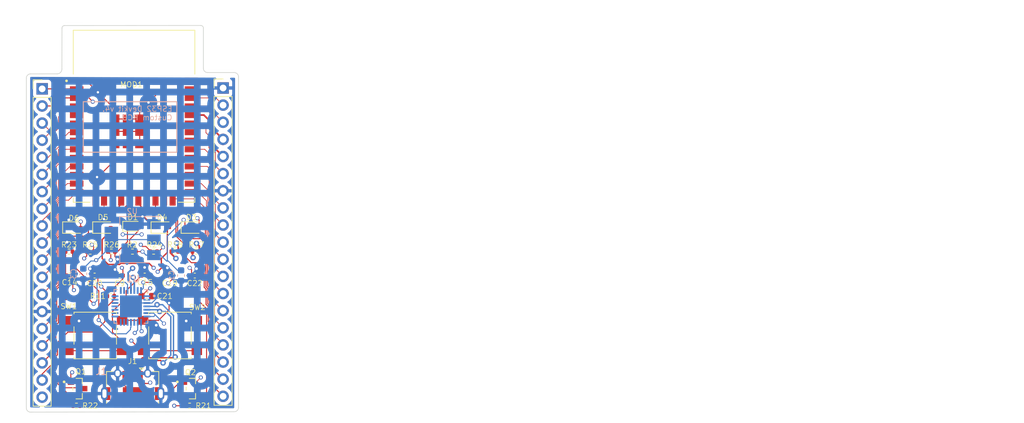
<source format=kicad_pcb>
(kicad_pcb (version 20240108) (generator "pcbnew") (generator_version "8.0")
  (title_block (title "ESP32 Custom Dev Kit") (date "2024-04-23") (rev "Revision 1"))
  (layers (0 "F.Cu" signal) (1 "In1.Cu" signal) (2 "In2.Cu" signal) (31 "B.Cu" signal) (34 "B.Paste" user) (35 "F.Paste" user) (36 "B.SilkS" user "B.Silkscreen") (37 "F.SilkS" user "F.Silkscreen") (38 "B.Mask" user) (39 "F.Mask" user) (44 "Edge.Cuts" user))
  (net 0 "")
  (net 1 "GND")
  (net 2 "/EXT_5V")
  (net 3 "/EN")
  (net 4 "Net-(C14-Pad2)")
  (net 5 "Net-(C15-Pad2)")
  (net 6 "/VDD33")
  (net 7 "Net-(D1-A)")
  (net 8 "/VBUS")
  (net 9 "/USB_DN")
  (net 10 "/USB_DP")
  (net 12 "/SD3")
  (net 13 "/SENSOR_VN")
  (net 14 "/SENSOR_VP")
  (net 15 "/SD2")
  (net 16 "/IO32")
  (net 17 "/IO34")
  (net 18 "/IO12")
  (net 19 "/IO27")
  (net 20 "/IO13")
  (net 21 "/IO33")
  (net 22 "/CMD")
  (net 23 "/IO14")
  (net 24 "/IO26")
  (net 25 "/IO35")
  (net 26 "/IO25")
  (net 27 "/IO2")
  (net 28 "/IO15")
  (net 29 "/IO19")
  (net 30 "/IO21")
  (net 31 "/IO17")
  (net 32 "/SD0")
  (net 33 "/IO0")
  (net 34 "/IO5")
  (net 35 "/IO23")
  (net 36 "/IO4")
  (net 37 "/IO16")
  (net 38 "/SD1")
  (net 39 "/TXD0")
  (net 40 "/CLK")
  (net 41 "/RXD0")
  (net 42 "/IO18")
  (net 43 "/IO22")
  (net 45 "/RXD")
  (net 46 "/TXD")
  (net 47 "Net-(Q1-Pad1)")
  (net 48 "/DTR")
  (net 49 "/RTS")
  (net 50 "Net-(Q2-Pad1)")
  (net 51 "Net-(U1-~{SUSPENDB})")
  (net 52 "Net-(U1-~{RST})")
  (net 53 "Net-(U1-VBUS)")
  (footprint "Diode_SMD:D_SOD-323" (layer "F.Cu") (at 133.824332 98.552)
    (property "Reference" "D4")
    (property "Value" "TVS")
  )
  (footprint "Connector_USB:USB_Micro-AB_Molex_47590-0001" (layer "F.Cu") (at 129.4765 123.168)
    (property "Reference" "J1")
    (property "Value" "USB_B_Micro")
  )
  (footprint "MMSS8050-H-TP:TRANS_MMSS8050-H-TP" (layer "F.Cu") (at 121.32475 122.428)
    (property "Reference" "Q1")
    (property "Value" "MMSS8050-H-TP")
  )
  (footprint "MMSS8050-H-TP:TRANS_MMSS8050-H-TP" (layer "F.Cu") (at 138.10325 122.428)
    (property "Reference" "Q2")
    (property "Value" "MMSS8050-H-TP")
  )
  (footprint "Resistor_SMD:R_0402_1005Metric" (layer "F.Cu") (at 126.238 108.712 180)
    (property "Reference" "R11")
    (property "Value" "10K(5%)")
  )
  (footprint "Capacitor_SMD:C_0402_1005Metric" (layer "F.Cu") (at 138.684 105.664)
    (property "Reference" "C22")
    (property "Value" "0.1uF/50V(10%)")
  )
  (footprint "Diode_SMD:D_SOD-323" (layer "F.Cu") (at 138.272165 98.552)
    (property "Reference" "D3")
    (property "Value" "D_Schottky")
  )
  (footprint "Capacitor_SMD:C_0402_1005Metric" (layer "F.Cu") (at 127.5588 105.664 180)
    (property "Reference" "C9")
    (property "Value" "0.1uF.50V(10%)")
  )
  (footprint "Resistor_SMD:R_0402_1005Metric" (layer "F.Cu") (at 138.85225 102.108 180)
    (property "Reference" "R17")
    (property "Value" "0R(5%)")
  )
  (footprint "Resistor_SMD:R_0402_1005Metric" (layer "F.Cu") (at 121.158 124.968)
    (property "Reference" "R22")
    (property "Value" "10K(5%)")
  )
  (footprint "Resistor_SMD:R_0402_1005Metric" (layer "F.Cu") (at 126.32375 102.108 180)
    (property "Reference" "R26")
    (property "Value" "47.5K(5%)")
  )
  (footprint "Button_Switch_SMD:SW_SPST_B3S-1000" (layer "F.Cu") (at 135.009332 114.554)
    (property "Reference" "SW2")
    (property "Value" "SW_Push")
  )
  (footprint "Capacitor_SMD:C_0402_1005Metric" (layer "F.Cu") (at 134.9756 105.664 180)
    (property "Reference" "C19")
    (property "Value" "0.1uF/50V(10%)")
  )
  (footprint "Connector_PinHeader_2.54mm:PinHeader_1x19_P2.54mm_Vertical" (layer "F.Cu") (at 142.875 77.851)
    (property "Reference" "J3" (hide yes))
    (property "Value" "Conn_01x19_Pin")
  )
  (footprint "ESP32-WROOM-32:MODULE_ESP32-WROOM-32" (layer "F.Cu") (at 129.689 82.042)
    (property "Reference" "MOD1")
    (property "Value" "ESP32-WROOM-32")
  )
  (footprint "Resistor_SMD:R_0402_1005Metric" (layer "F.Cu") (at 120.0595 102.108)
    (property "Reference" "R23")
    (property "Value" "10K(5%)(NC)")
  )
  (footprint "Capacitor_SMD:C_0402_1005Metric" (layer "F.Cu") (at 123.8504 105.664 180)
    (property "Reference" "C20")
    (property "Value" "4.7uF/6.3V(10%)")
  )
  (footprint "LED_SMD:LED_0603_1608Metric" (layer "F.Cu") (at 129.496499 98.372)
    (property "Reference" "D1")
    (property "Value" "LED")
  )
  (footprint "Resistor_SMD:R_0402_1005Metric" (layer "F.Cu") (at 132.588 102.108 180)
    (property "Reference" "R24")
    (property "Value" "2K(5%)")
  )
  (footprint "Resistor_SMD:R_0402_1005Metric" (layer "F.Cu") (at 135.720125 102.108 180)
    (property "Reference" "R18")
    (property "Value" "0R(5%)")
  )
  (footprint "Resistor_SMD:R_0402_1005Metric" (layer "F.Cu") (at 137.922 124.968 180)
    (property "Reference" "R21")
    (property "Value" "10K(5%)")
  )
  (footprint "Capacitor_SMD:C_0402_1005Metric" (layer "F.Cu") (at 131.2672 105.664 180)
    (property "Reference" "C15")
    (property "Value" "0.1uF/50V(10%)(NC)")
  )
  (footprint "Resistor_SMD:R_0402_1005Metric" (layer "F.Cu") (at 123.191625 102.108)
    (property "Reference" "R25")
    (property "Value" "22.1K(5%)")
  )
  (footprint "Capacitor_SMD:C_0603_1608Metric" (layer "F.Cu") (at 131.572 108.712)
    (property "Reference" "C21")
    (property "Value" "22uF/10V(20%)")
  )
  (footprint "Diode_SMD:D_SOD-323" (layer "F.Cu") (at 125.173666 98.552)
    (property "Reference" "D5")
    (property "Value" "TVS")
  )
  (footprint "Capacitor_SMD:C_0402_1005Metric" (layer "F.Cu") (at 120.142 105.664)
    (property "Reference" "C14")
    (property "Value" "0.1uF/50V(10%)")
  )
  (footprint "Button_Switch_SMD:SW_SPST_B3S-1000" (layer "F.Cu") (at 123.943666 114.554)
    (property "Reference" "SW1")
    (property "Value" "SW_Push")
  )
  (footprint "Connector_PinHeader_2.54mm:PinHeader_1x19_P2.54mm_Vertical" (layer "F.Cu") (at 116.078 77.978)
    (property "Reference" "J2" (hide yes))
    (property "Value" "Conn_01x19_Pin")
  )
  (footprint "Resistor_SMD:R_0402_1005Metric" (layer "F.Cu") (at 129.455875 102.108 180)
    (property "Reference" "R2")
    (property "Value" "2K(5%)")
  )
  (footprint "Diode_SMD:D_SOD-323" (layer "F.Cu") (at 120.725833 98.552)
    (property "Reference" "D6")
    (property "Value" "TVS")
  )
  (footprint "Package_TO_SOT_SMD:SOT-223-3_TabPin2" (layer "B.Cu") (at 129.4765 100.33 180)
    (property "Reference" "U2")
    (property "Value" "AMS1117-3.3")
  )
  (footprint "Capacitor_SMD:C_0603_1608Metric" (layer "B.Cu") (at 136.652 105.664 -90)
    (property "Reference" "C1")
    (property "Value" "22 uF/10V(20%)")
  )
  (footprint "CP2102N-A01-GQFN28:QFN50P500X500X80-29N" (layer "B.Cu") (at 129.224 110.236 180)
    (property "Reference" "U1")
    (property "Value" "CP2102N-A01-GQFN28")
  )
  (footprint "Capacitor_SMD:C_0603_1608Metric" (layer "B.Cu") (at 122.174 105.41 -90)
    (property "Reference" "C3")
    (property "Value" "22uF/10V(20%)")
  )
  (gr_line (start 144.526 75.565) (end 140.589 75.565) (stroke (width 0.1)) (layer "Edge.Cuts"))
  (gr_arc (start 144.526 75.565) (mid 144.975013 75.750987) (end 145.161 76.2) (stroke (width 0.1)) (layer "Edge.Cuts"))
  (gr_line (start 139.954 74.93) (end 139.954 68.961) (stroke (width 0.1)) (layer "Edge.Cuts"))
  (gr_arc (start 139.573 68.58) (mid 139.842408 68.691592) (end 139.954 68.961) (stroke (width 0.1)) (layer "Edge.Cuts"))
  (gr_arc (start 118.999 75.057) (mid 118.795736 75.547723) (end 118.305013 75.750987) (stroke (width 0.1)) (layer "Edge.Cuts"))
  (gr_line (start 144.526 125.857) (end 114.427 125.915986) (stroke (width 0.1)) (layer "Edge.Cuts"))
  (gr_arc (start 113.733013 76.395013) (mid 113.919 75.946) (end 114.368013 75.760013) (stroke (width 0.1)) (layer "Edge.Cuts"))
  (gr_arc (start 145.161 125.222) (mid 144.975013 125.671013) (end 144.526 125.857) (stroke (width 0.1)) (layer "Edge.Cuts"))
  (gr_arc (start 140.589 75.565) (mid 140.139987 75.379013) (end 139.954 74.93) (stroke (width 0.1)) (layer "Edge.Cuts"))
  (gr_line (start 119.395408 68.595408) (end 139.573 68.58) (stroke (width 0.1)) (layer "Edge.Cuts"))
  (gr_line (start 114.368013 75.760013) (end 118.305013 75.750987) (stroke (width 0.1)) (layer "Edge.Cuts"))
  (gr_line (start 118.999 75.057) (end 119.014408 68.976408) (stroke (width 0.1)) (layer "Edge.Cuts"))
  (gr_line (start 113.73028 125.280987) (end 113.733013 76.395013) (stroke (width 0.1)) (layer "Edge.Cuts"))
  (gr_line (start 145.161 76.2) (end 145.161 125.222) (stroke (width 0.1)) (layer "Edge.Cuts"))
  (gr_arc (start 114.427 125.915986) (mid 113.938429 125.752326) (end 113.73028 125.280987) (stroke (width 0.1)) (layer "Edge.Cuts"))
  (gr_arc (start 119.014408 68.976408) (mid 119.126 68.707) (end 119.395408 68.595408) (stroke (width 0.1)) (layer "Edge.Cuts"))
  (gr_text_box "ESP32 Devkit v4.\nCustom PCB" (start 122.174 79.883) (end 136.017 87.376) (layer "B.SilkS") (effects (font (size 0.8 0.8) (thickness 0.1)) (justify left top mirror)) (border yes) (stroke (width 0.15)))
  (segment (start 131.123332 96.901) (end 132.774332 98.552) (width 0.15) (layer "F.Cu") (net 1))
  (segment (start 124.333 91.059) (end 124.206 91.059) (width 0.15) (layer "F.Cu") (net 1))
  (segment (start 127.254 103.251) (end 126.853375 102.850375) (width 0.15) (layer "F.Cu") (net 1))
  (segment (start 124.206 91.186) (end 124.206 94.06) (width 0.15) (layer "F.Cu") (net 1))
  (segment (start 126.853375 102.508625) (end 126.853375 102.850375) (width 0.15) (layer "F.Cu") (net 1))
  (segment (start 127.0788 104.9808) (end 126.873 104.775) (width 0.15) (layer "F.Cu") (net 1))
  (segment (start 138.984332 112.304) (end 137.505 112.304) (width 0.15) (layer "F.Cu") (net 1))
  (segment (start 124.206 91.186) (end 124.206 91.186) (width 0.15) (layer "F.Cu") (net 1))
  (segment (start 126.854 82.447) (end 126.854 81.007) (width 0.15) (layer "F.Cu") (net 1))
  (segment (start 130.524 86.117) (end 128.689 86.117) (width 0.15) (layer "F.Cu") (net 1))
  (segment (start 119.675833 98.552) (end 119.675833 97.748167) (width 0.15) (layer "F.Cu") (net 1))
  (segment (start 128.689 86.117) (end 128.689 84.282) (width 0.15) (layer "F.Cu") (net 1))
  (segment (start 135.054 76.782) (end 138.189 76.782) (width 0.15) (layer "F.Cu") (net 1))
  (segment (start 131.7472 104.9502) (end 131.7472 105.664) (width 0.15) (layer "F.Cu") (net 1))
  (segment (start 126.854 84.282) (end 126.854 82.447) (width 0.15) (layer "F.Cu") (net 1))
  (segment (start 123.3704 105.664) (end 123.3704 104.8284) (width 0.15) (layer "F.Cu") (net 1))
  (segment (start 124.968 97.409) (end 125.095 97.282) (width 0.15) (layer "F.Cu") (net 1))
  (segment (start 134.874 109.728) (end 134.874 109.601) (width 0.15) (layer "F.Cu") (net 1))
  (segment (start 119.5495 105.5515) (end 119.662 105.664) (width 0.15) (layer "F.Cu") (net 1))
  (segment (start 133.985 108.712) (end 132.347 108.712) (width 0.15) (layer "F.Cu") (net 1))
  (segment (start 132.243 112.304) (end 131.034332 112.304) (width 0.15) (layer "F.Cu") (net 1))
  (segment (start 132.969 113.03) (end 132.243 112.304) (width 0.15) (layer "F.Cu") (net 1))
  (segment (start 126.854 86.117) (end 126.854 84.282) (width 0.15) (layer "F.Cu") (net 1))
  (segment (start 124.123666 98.552) (end 124.123666 97.999334) (width 0.15) (layer "F.Cu") (net 1))
  (segment (start 119.5495 102.108) (end 119.5495 105.5515) (width 0.15) (layer "F.Cu") (net 1))
  (segment (start 128.1765 120.493) (end 128.1765 121.868) (width 0.15) (layer "F.Cu") (net 1))
  (segment (start 119.675833 97.748167) (end 120.015 97.409) (width 0.15) (layer "F.Cu") (net 1))
  (segment (start 119.968666 112.304) (end 121.448 112.304) (width 0.15) (layer "F.Cu") (net 1))
  (segment (start 133.214 123.168) (end 129.4765 123.168) (width 0.15) (layer "F.Cu") (net 1))
  (segment (start 128.708999 100.653001) (end 126.853375 102.508625) (width 0.15) (layer "F.Cu") (net 1))
  (segment (start 130.937 96.901) (end 130.179999 96.901) (width 0.15) (layer "F.Cu") (net 1))
  (segment (start 125.222 97.282) (end 127.889 97.282) (width 0.15) (layer "F.Cu") (net 1))
  (segment (start 138.189 76.782) (end 140.536 76.782) (width 0.15) (layer "F.Cu") (net 1))
  (segment (start 130.524 86.117) (end 130.524 84.282) (width 0.15) (layer "F.Cu") (net 1))
  (segment (start 130.179999 96.901) (end 128.708999 98.372) (width 0.15) (layer "F.Cu") (net 1))
  (segment (start 130.524 84.282) (end 130.524 82.447) (width 0.15) (layer "F.Cu") (net 1))
  (segment (start 124.333 78.486) (end 122.629 76.782) (width 0.15) (layer "F.Cu") (net 1))
  (segment (start 130.937 96.901) (end 131.123332 96.901) (width 0.15) (layer "F.Cu") (net 1))
  (segment (start 130.524 82.447) (end 130.524 81.312) (width 0.15) (layer "F.Cu") (net 1))
  (segment (start 133.314 112.304) (end 131.034332 112.304) (width 0.15) (layer "F.Cu") (net 1))
  (segment (start 122.629 76.782) (end 121.189 76.782) (width 0.15) (layer "F.Cu") (net 1))
  (segment (start 134.874 109.728) (end 134.874 110.744) (width 0.15) (layer "F.Cu") (net 1))
  (segment (start 140.536 76.782) (end 141.605 77.851) (width 0.15) (layer "F.Cu") (net 1))
  (segment (start 128.708999 98.372) (end 128.708999 100.653001) (width 0.15) (layer "F.Cu") (net 1))
  (segment (start 134.4956 105.664) (end 134.4956 104.6454) (width 0.15) (layer "F.Cu") (net 1))
  (segment (start 128.1765 121.868) (end 129.4765 123.168) (width 0.15) (layer "F.Cu") (net 1))
  (segment (start 127.0788 105.664) (end 127.0788 104.9808) (width 0.15) (layer "F.Cu") (net 1))
  (segment (start 125.739 123.168) (end 129.4765 123.168) (width 0.15) (layer "F.Cu") (net 1))
  (segment (start 130.524 82.447) (end 128.689 82.447) (width 0.15) (layer "F.Cu") (net 1))
  (segment (start 127.918666 112.304) (end 131.034332 112.304) (width 0.15) (layer "F.Cu") (net 1))
  (segment (start 123.3704 104.8284) (end 123.19 104.648) (width 0.15) (layer "F.Cu") (net 1))
  (segment (start 121.448 112.304) (end 121.539 112.395) (width 0.15) (layer "F.Cu") (net 1))
  (segment (start 125.095 97.282) (end 125.222 97.282) (width 0.15) (layer "F.Cu") (net 1))
  (segment (start 124.206 91.059) (end 124.206 91.186) (width 0.15) (layer "F.Cu") (net 1))
  (segment (start 137.505 112.304) (end 137.414 112.395) (width 0.15) (layer "F.Cu") (net 1))
  (segment (start 126.854 86.117) (end 126.854 88.538) (width 0.15) (layer "F.Cu") (net 1))
  (segment (start 130.524 84.282) (end 128.689 84.282) (width 0.15) (layer "F.Cu") (net 1))
  (segment (start 139.164 105.664) (end 139.164 104.874) (width 0.15) (layer "F.Cu") (net 1))
  (segment (start 128.689 84.282) (end 128.689 82.447) (width 0.15) (layer "F.Cu") (net 1))
  (segment (start 119.5495 102.108) (end 119.5495 100.9225) (width 0.15) (layer "F.Cu") (net 1))
  (segment (start 124.714 97.409) (end 124.968 97.409) (width 0.15) (layer "F.Cu") (net 1))
  (segment (start 128.708999 98.101999) (end 128.708999 98.372) (width 0.15) (layer "F.Cu") (net 1))
  (segment (start 127.889 97.282) (end 128.708999 98.101999) (width 0.15) (layer "F.Cu") (net 1))
  (segment (start 134.874 109.601) (end 133.985 108.712) (width 0.15) (layer "F.Cu") (net 1))
  (segment (start 126.854 81.007) (end 124.333 78.486) (width 0.15) (layer "F.Cu") (net 1))
  (segment (start 126.854 88.538) (end 124.333 91.059) (width 0.15) (layer "F.Cu") (net 1))
  (segment (start 130.524 81.312) (end 131.826 80.01) (width 0.15) (layer "F.Cu") (net 1))
  (segment (start 124.123666 97.999334) (end 124.714 97.409) (width 0.15) (layer "F.Cu") (net 1))
  (segment (start 134.874 110.744) (end 133.314 112.304) (width 0.15) (layer "F.Cu") (net 1))
  (segment (start 128.689 84.282) (end 126.854 84.282) (width 0.15) (layer "F.Cu") (net 1))
  (segment (start 124.206 94.06) (end 123.974 94.292) (width 0.15) (layer "F.Cu") (net 1))
  (segment (start 128.689 86.117) (end 126.854 86.117) (width 0.15) (layer "F.Cu") (net 1))
  (segment (start 134.4956 104.6454) (end 134.62 104.521) (width 0.15) (layer "F.Cu") (net 1))
  (segment (start 139.164 104.874) (end 138.938 104.648) (width 0.15) (layer "F.Cu") (net 1))
  (segment (start 128.689 82.447) (end 126.854 82.447) (width 0.15) (layer "F.Cu") (net 1))
  (segment (start 131.826 80.01) (end 135.054 76.782) (width 0.15) (layer "F.Cu") (net 1))
  (segment (start 141.605 77.851) (end 142.875 77.851) (width 0.15) (layer "F.Cu") (net 1))
  (segment (start 131.25264 104.45564) (end 131.7472 104.9502) (width 0.15) (layer "F.Cu") (net 1))
  (segment (start 119.5495 100.9225) (end 119.761 100.711) (width 0.15) (layer "F.Cu") (net 1))
  (via (at 132.969 113.03) (size 0.6) (drill 0.4) (layers "F.Cu" "B.Cu") (net 1))
  (via (at 121.539 112.395) (size 0.6) (drill 0.4) (layers "F.Cu" "B.Cu") (net 1))
  (via (at 130.937 96.901) (size 0.6) (drill 0.35) (layers "F.Cu" "B.Cu") (net 1))
  (via (at 131.25264 104.45564) (size 0.6) (drill 0.4) (layers "F.Cu" "B.Cu") (net 1))
  (via (at 131.826 80.01) (size 0.6) (drill 0.35) (layers "F.Cu" "B.Cu") (net 1))
  (via (at 134.874 109.728) (size 0.6) (drill 0.35) (layers "F.Cu" "B.Cu") (net 1))
  (via (at 123.19 104.648) (size 0.6) (drill 0.4) (layers "F.Cu" "B.Cu") (net 1))
  (via (at 119.761 100.711) (size 0.6) (drill 0.4) (layers "F.Cu" "B.Cu") (net 1))
  (via (at 137.414 112.395) (size 0.6) (drill 0.4) (layers "F.Cu" "B.Cu") (net 1))
  (via (at 126.873 104.775) (size 0.6) (drill 0.4) (layers "F.Cu" "B.Cu") (net 1))
  (via (at 127.254 103.251) (size 0.6) (drill 0.4) (layers "F.Cu" "B.Cu") (net 1))
  (via (at 124.206 91.059) (size 0.6) (drill 0.35) (layers "F.Cu" "B.Cu") (net 1))
  (via (at 125.222 97.282) (size 0.6) (drill 0.35) (layers "F.Cu" "B.Cu") (net 1))
  (via (at 120.015 97.409) (size 0.6) (drill 0.4) (layers "F.Cu" "B.Cu") (net 1))
  (via (at 124.333 78.486) (size 0.6) (drill 0.35) (layers "F.Cu" "B.Cu") (net 1))
  (via (at 134.62 104.521) (size 0.6) (drill 0.4) (layers "F.Cu" "B.Cu") (net 1))
  (via (at 138.938 104.648) (size 0.6) (drill 0.4) (layers "F.Cu" "B.Cu") (net 1))
  (segment (start 132.066 98.03) (end 130.937 96.901) (width 0.15) (layer "B.Cu") (net 1))
  (segment (start 136.652 106.439) (end 136.385 106.439) (width 0.15) (layer "B.Cu") (net 1))
  (segment (start 132.326 109.736) (end 131.584 109.736) (width 0.15) (layer "B.Cu") (net 1))
  (segment (start 133.096 108.966) (end 132.326 109.736) (width 0.15) (layer "B.Cu") (net 1))
  (segment (start 131.318 109.728) (end 130.429 109.728) (width 0.15) (layer "B.Cu") (net 1))
  (segment (start 134.112 108.966) (end 133.096 108.966) (width 0.15) (layer "B.Cu") (net 1))
  (segment (start 132.6265 98.03) (end 132.066 98.03) (width 0.15) (layer "B.Cu") (net 1))
  (segment (start 134.874 109.728) (end 134.112 108.966) (width 0.15) (layer "B.Cu") (net 1))
  (segment (start 137.222165 97.598165) (end 137.033 97.409) (width 0.15) (layer "F.Cu") (net 2))
  (segment (start 137.222165 98.552) (end 137.222165 97.598165) (width 0.15) (layer "F.Cu") (net 2))
  (segment (start 129.965875 102.108) (end 130.937 102.108) (width 0.15) (layer "F.Cu") (net 2))
  (via (at 128.016 99.568) (size 0.6) (drill 0.4) (layers "F.Cu" "B.Cu") (net 2))
  (via (at 137.033 97.409) (size 0.6) (drill 0.4) (layers "F.Cu" "B.Cu") (net 2))
  (via (at 130.81 99.568) (size 0.6) (drill 0.4) (layers "F.Cu" "B.Cu") (net 2))
  (via (at 130.937 102.108) (size 0.6) (drill 0.4) (layers "F.Cu" "B.Cu") (net 2))
  (segment (start 133.618 102.63) (end 134.493 103.505) (width 0.15) (layer "B.Cu") (net 2))
  (segment (start 128.016 99.568) (end 128.143 99.568) (width 0.15) (layer "B.Cu") (net 2))
  (segment (start 134.747 103.505) (end 136.131 104.889) (width 0.15) (layer "B.Cu") (net 2))
  (segment (start 134.62 103.505) (end 134.747 103.505) (width 0.15) (layer "B.Cu") (net 2))
  (segment (start 137.033 97.409) (end 134.62 99.822) (width 0.15) (layer "B.Cu") (net 2))
  (segment (start 131.459 102.63) (end 130.937 102.108) (width 0.15) (layer "B.Cu") (net 2))
  (segment (start 134.493 103.505) (end 134.62 103.505) (width 0.15) (layer "B.Cu") (net 2))
  (segment (start 134.62 99.822) (end 134.62 103.505) (width 0.15) (layer "B.Cu") (net 2))
  (segment (start 128.143 99.568) (end 130.81 99.568) (width 0.15) (layer "B.Cu") (net 2))
  (segment (start 136.131 104.889) (end 136.652 104.889) (width 0.15) (layer "B.Cu") (net 2))
  (segment (start 132.6265 102.63) (end 131.459 102.63) (width 0.15) (layer "B.Cu") (net 2))
  (segment (start 132.6265 102.63) (end 133.618 102.63) (width 0.15) (layer "B.Cu") (net 2))
  (segment (start 118.11 80.518) (end 116.078 80.518) (width 0.15) (layer "F.Cu") (net 3))
  (segment (start 122.19775 122.301) (end 119.352554 122.301) (width 0.15) (layer "F.Cu") (net 3))
  (segment (start 128.0388 105.664) (end 128.0388 104.6708) (width 0.15) (layer "F.Cu") (net 3))
  (segment (start 128.0388 105.664) (end 128.0388 106.1492) (width 0.15) (layer "F.Cu") (net 3))
  (segment (start 122.32475 122.428) (end 122.19775 122.301) (width 0.15) (layer "F.Cu") (net 3))
  (segment (start 119.888 114.046) (end 123.825 114.046) (width 0.15) (layer "F.Cu") (net 3))
  (segment (start 117.975 117.781659) (end 118.352 117.404659) (width 0.15) (layer "F.Cu") (net 3))
  (segment (start 119.306 79.322) (end 118.11 80.518) (width 0.15) (layer "F.Cu") (net 3))
  (segment (start 128.0388 106.1492) (end 126.748 107.44) (width 0.15) (layer "F.Cu") (net 3))
  (segment (start 117.852 119.202106) (end 117.975 119.079106) (width 0.15) (layer "F.Cu") (net 3))
  (segment (start 123.571 79.883) (end 123.01 79.322) (width 0.15) (layer "F.Cu") (net 3))
  (segment (start 119.352554 122.301) (end 117.856 120.804446) (width 0.15) (layer "F.Cu") (net 3))
  (segment (start 128.0388 104.6708) (end 127.889 104.521) (width 0.15) (layer "F.Cu") (net 3))
  (segment (start 121.189 79.322) (end 119.306 79.322) (width 0.15) (layer "F.Cu") (net 3))
  (segment (start 123.825 114.046) (end 125.349 112.522) (width 0.15) (layer "F.Cu") (net 3))
  (segment (start 125.349 112.522) (end 125.349 110.617) (width 0.15) (layer "F.Cu") (net 3))
  (segment (start 117.975 119.079106) (end 117.975 117.781659) (width 0.15) (layer "F.Cu") (net 3))
  (segment (start 117.856 120.804446) (end 117.856 120.396) (width 0.15) (layer "F.Cu") (net 3))
  (segment (start 126.748 109.218) (end 126.748 108.712) (width 0.15) (layer "F.Cu") (net 3))
  (segment (start 118.352 115.582) (end 119.888 114.046) (width 0.15) (layer "F.Cu") (net 3))
  (segment (start 117.852 120.392) (end 117.852 119.202106) (width 0.15) (layer "F.Cu") (net 3))
  (segment (start 123.01 79.322) (end 121.189 79.322) (width 0.15) (layer "F.Cu") (net 3))
  (segment (start 126.748 107.44) (end 126.748 108.712) (width 0.15) (layer "F.Cu") (net 3))
  (segment (start 117.856 120.396) (end 117.852 120.392) (width 0.15) (layer "F.Cu") (net 3))
  (segment (start 118.352 117.404659) (end 118.352 115.582) (width 0.15) (layer "F.Cu") (net 3))
  (segment (start 125.349 110.617) (end 126.748 109.218) (width 0.15) (layer "F.Cu") (net 3))
  (via (at 127.889 104.521) (size 0.6) (drill 0.35) (layers "F.Cu" "B.Cu") (net 3))
  (via (at 123.571 79.883) (size 0.6) (drill 0.35) (layers "F.Cu" "B.Cu") (net 3))
  (segment (start 120.622 107.668) (end 120.622 105.664) (width 0.15) (layer "F.Cu") (net 4))
  (segment (start 131.034332 116.804) (end 138.984332 116.804) (width 0.15) (layer "F.Cu") (net 4))
  (segment (start 130.774 116.804) (end 131.034332 116.804) (width 0.15) (layer "F.Cu") (net 4))
  (segment (start 129.286 115.316) (end 130.774 116.804) (width 0.15) (layer "F.Cu") (net 4))
  (segment (start 120.777 107.823) (end 120.622 107.668) (width 0.15) (layer "F.Cu") (net 4))
  (via (at 129.286 115.316) (size 0.6) (drill 0.35) (layers "F.Cu" "B.Cu") (net 4))
  (via (at 120.777 107.823) (size 0.6) (drill 0.35) (layers "F.Cu" "B.Cu") (net 4))
  (segment (start 127.918666 116.804) (end 127.918666 115.472666) (width 0.15) (layer "F.Cu") (net 5))
  (segment (start 128.524 108.966) (end 128.524 107.9272) (width 0.15) (layer "F.Cu") (net 5))
  (segment (start 127.918666 116.804) (end 119.968666 116.804) (width 0.15) (layer "F.Cu") (net 5))
  (segment (start 126.492 110.998) (end 128.524 108.966) (width 0.15) (layer "F.Cu") (net 5))
  (segment (start 126.492 114.046) (end 126.492 110.998) (width 0.15) (layer "F.Cu") (net 5))
  (segment (start 128.524 107.9272) (end 130.7872 105.664) (width 0.15) (layer "F.Cu") (net 5))
  (segment (start 127.918666 115.472666) (end 126.492 114.046) (width 0.15) (layer "F.Cu") (net 5))
  (segment (start 131.94 107.569) (end 130.797 108.712) (width 0.15) (layer "F.Cu") (net 6))
  (segment (start 133.35 102.108) (end 133.985 101.473) (width 0.15) (layer "F.Cu") (net 6))
  (segment (start 133.098 102.108) (end 133.35 102.108) (width 0.15) (layer "F.Cu") (net 6))
  (segment (start 134.747 106.807) (end 135.4556 106.0984) (width 0.15) (layer "F.Cu") (net 6))
  (segment (start 116.078 77.978) (end 121.115 77.978) (width 0.15) (layer "F.Cu") (net 6))
  (segment (start 124.841 107.315) (end 125.728 108.202) (width 0.15) (layer "F.Cu") (net 6))
  (segment (start 125.728 108.202) (end 125.728 108.712) (width 0.15) (layer "F.Cu") (net 6))
  (segment (start 132.08 107.569) (end 131.94 107.569) (width 0.15) (layer "F.Cu") (net 6))
  (segment (start 124.3304 105.664) (end 124.3304 106.8044) (width 0.15) (layer "F.Cu") (net 6))
  (segment (start 124.3304 106.8044) (end 124.841 107.315) (width 0.15) (layer "F.Cu") (net 6))
  (segment (start 138.204 105.664) (end 138.204 104.803) (width 0.15) (layer "F.Cu") (net 6))
  (segment (start 138.204 104.803) (end 137.922 104.521) (width 0.15) (layer "F.Cu") (net 6))
  (segment (start 121.115 77.978) (end 121.189 78.052) (width 0.15) (layer "F.Cu") (net 6))
  (segment (start 135.4556 106.0984) (end 135.4556 105.664) (width 0.15) (layer "F.Cu") (net 6))
  (via (at 137.922 104.521) (size 0.6) (drill 0.4) (layers "F.Cu" "B.Cu") (net 6))
  (via (at 132.08 107.569) (size 0.6) (drill 0.35) (layers "F.Cu" "B.Cu") (net 6))
  (via (at 124.079 103.378) (size 0.6) (drill 0.35) (layers "F.Cu" "B.Cu") (net 6))
  (via (at 133.985 101.473) (size 0.6) (drill 0.4) (layers "F.Cu" "B.Cu") (net 6))
  (via (at 134.747 106.807) (size 0.6) (drill 0.4) (layers "F.Cu" "B.Cu") (net 6))
  (via (at 134.112 112.776) (size 0.6) (drill 0.4) (layers "F.Cu" "B.Cu") (net 6))
  (via (at 124.841 107.315) (size 0.6) (drill 0.35) (layers "F.Cu" "B.Cu") (net 6))
  (segment (start 132.612 111.736) (end 132.842 111.506) (width 0.15) (layer "B.Cu") (net 6))
  (segment (start 126.3265 100.33) (end 132.6265 100.33) (width 0.15) (layer "B.Cu") (net 6))
  (segment (start 133.223 100.33) (end 133.985 101.092) (width 0.15) (layer "B.Cu") (net 6))
  (segment (start 131.584 111.736) (end 132.612 111.736) (width 0.15) (layer "B.Cu") (net 6))
  (segment (start 126.3265 100.33) (end 126.3265 101.2575) (width 0.15) (layer "B.Cu") (net 6))
  (segment (start 132.842 111.506) (end 134.112 112.776) (width 0.15) (layer "B.Cu") (net 6))
  (segment (start 124.206 103.378) (end 124.079 103.378) (width 0.15) (layer "B.Cu") (net 6))
  (segment (start 132.6265 100.33) (end 133.223 100.33) (width 0.15) (layer "B.Cu") (net 6))
  (segment (start 126.3265 101.2575) (end 124.206 103.378) (width 0.15) (layer "B.Cu") (net 6))
  (segment (start 124.079 103.505) (end 124.079 103.505) (width 0.15) (layer "B.Cu") (net 6))
  (segment (start 123.304 103.505) (end 122.174 104.635) (width 0.15) (layer "B.Cu") (net 6))
  (segment (start 124.079 103.378) (end 124.079 103.505) (width 0.15) (layer "B.Cu") (net 6))
  (segment (start 131.584 111.236) (end 132.572 111.236) (width 0.15) (layer "B.Cu") (net 6))
  (segment (start 124.079 103.505) (end 123.304 103.505) (width 0.15) (layer "B.Cu") (net 6))
  (segment (start 132.572 111.236) (end 132.842 111.506) (width 0.15) (layer "B.Cu") (net 6))
  (segment (start 133.985 101.092) (end 133.985 101.473) (width 0.15) (layer "B.Cu") (net 6))
  (segment (start 128.945875 102.108) (end 129.032 102.021875) (width 0.15) (layer "F.Cu") (net 7))
  (segment (start 129.032 102.021875) (end 129.032 100.33) (width 0.15) (layer "F.Cu") (net 7))
  (segment (start 129.032 100.33) (end 130.283999 99.078001) (width 0.15) (layer "F.Cu") (net 7))
  (segment (start 130.283999 99.078001) (end 130.283999 98.372) (width 0.15) (layer "F.Cu") (net 7))
  (segment (start 121.775833 97.680167) (end 121.793 97.663) (width 0.15) (layer "F.Cu") (net 8))
  (segment (start 131.953 121.666) (end 132.08 121.539) (width 0.15) (layer "F.Cu") (net 8))
  (segment (start 139.322165 98.552) (end 139.322165 97.412165) (width 0.15) (layer "F.Cu") (net 8))
  (segment (start 123.701625 101.349625) (end 123.444 101.092) (width 0.15) (layer "F.Cu") (net 8))
  (segment (start 121.775833 98.552) (end 121.775833 97.680167) (width 0.15) (layer "F.Cu") (net 8))
  (segment (start 130.7765 120.493) (end 130.7765 121.1245) (width 0.15) (layer "F.Cu") (net 8))
  (segment (start 131.318 121.666) (end 131.953 121.666) (width 0.15) (layer "F.Cu") (net 8))
  (segment (start 130.7765 121.1245) (end 131.318 121.666) (width 0.15) (layer "F.Cu") (net 8))
  (segment (start 123.701625 102.108) (end 123.701625 101.349625) (width 0.15) (layer "F.Cu") (net 8))
  (segment (start 139.322165 97.412165) (end 139.065 97.155) (width 0.15) (layer "F.Cu") (net 8))
  (via (at 121.793 97.663) (size 0.6) (drill 0.4) (layers "F.Cu" "B.Cu") (net 8))
  (via (at 139.065 97.155) (size 0.6) (drill 0.4) (layers "F.Cu" "B.Cu") (net 8))
  (via (at 123.444 101.092) (size 0.6) (drill 0.4) (layers "F.Cu" "B.Cu") (net 8))
  (via (at 132.08 121.539) (size 0.6) (drill 0.4) (layers "F.Cu" "B.Cu") (net 8))
  (segment (start 130.1265 120.493) (end 130.1265 119.232186) (width 0.2) (layer "F.Cu") (net 9))
  (segment (start 133.623 118.256) (end 133.985 118.618) (width 0.2) (layer "F.Cu") (net 9))
  (segment (start 133.731 103.124) (end 134.62 102.235) (width 0.2) (layer "F.Cu") (net 9))
  (segment (start 134.62 98.806332) (end 134.874332 98.552) (width 0.2) (layer "F.Cu") (net 9))
  (segment (start 131.102686 118.256) (end 133.623 118.256) (width 0.2) (layer "F.Cu") (net 9))
  (segment (start 134.62 102.235) (end 134.62 98.806332) (width 0.2) (layer "F.Cu") (net 9))
  (segment (start 133.731 104.558002) (end 133.731 103.124) (width 0.2) (layer "F.Cu") (net 9))
  (segment (start 133.188 105.101002) (end 133.731 104.558002) (width 0.2) (layer "F.Cu") (net 9))
  (segment (start 130.1265 119.232186) (end 131.102686 118.256) (width 0.2) (layer "F.Cu") (net 9))
  (via (at 133.985 118.618) (size 0.8) (drill 0.4) (layers "F.Cu" "B.Cu") (net 9))
  (via (at 133.477 110.998) (size 0.8) (drill 0.4) (layers "F.Cu" "B.Cu") (net 9))
  (via (at 133.188 105.101002) (size 0.6) (drill 0.35) (layers "F.Cu" "B.Cu") (net 9))
  (segment (start 133.477 110.998) (end 133.215 110.736) (width 0.2) (layer "B.Cu") (net 9))
  (segment (start 135.128 117.475) (end 133.985 118.618) (width 0.2) (layer "B.Cu") (net 9))
  (segment (start 135.128 111.76) (end 135.128 117.475) (width 0.2) (layer "B.Cu") (net 9))
  (segment (start 133.477 110.998) (end 134.366 110.998) (width 0.2) (layer "B.Cu") (net 9))
  (segment (start 133.215 110.736) (end 131.584 110.736) (width 0.2) (layer "B.Cu") (net 9))
  (segment (start 134.366 110.998) (end 135.128 111.76) (width 0.2) (layer "B.Cu") (net 9))
  (segment (start 126.223666 98.552) (end 126.223666 99.074334) (width 0.2) (layer "F.Cu") (net 10))
  (segment (start 125.857 104.013) (end 127.548471 104.013) (width 0.2) (layer "F.Cu") (net 10))
  (segment (start 129.6265 119.166501) (end 130.937001 117.856) (width 0.2) (layer "F.Cu") (net 10))
  (segment (start 127.705831 103.85564) (end 131.92264 103.85564) (width 0.2) (layer "F.Cu") (net 10))
  (segment (start 129.6265 120.343) (end 129.6265 119.166501) (width 0.2) (layer "F.Cu") (net 10))
  (segment (start 135.656909 117.856) (end 135.777935 117.734974) (width 0.2) (layer "F.Cu") (net 10))
  (segment (start 127.548471 104.013) (end 127.705831 103.85564) (width 0.2) (layer "F.Cu") (net 10))
  (segment (start 124.968 100.33) (end 124.968 103.124) (width 0.2) (layer "F.Cu") (net 10))
  (segment (start 129.4765 120.493) (end 129.6265 120.343) (width 0.2) (layer "F.Cu") (net 10))
  (segment (start 130.937001 117.856) (end 135.656909 117.856) (width 0.2) (layer "F.Cu") (net 10))
  (segment (start 131.92264 103.85564) (end 132.588 104.521) (width 0.2) (layer "F.Cu") (net 10))
  (segment (start 126.223666 99.074334) (end 124.968 100.33) (width 0.2) (layer "F.Cu") (net 10))
  (segment (start 124.968 103.124) (end 125.857 104.013) (width 0.2) (layer "F.Cu") (net 10))
  (segment (start 132.588 104.521) (end 132.715 104.521) (width 0.2) (layer "F.Cu") (net 10))
  (via (at 133.096 109.982) (size 0.8) (drill 0.4) (layers "F.Cu" "B.Cu") (net 10))
  (via (at 132.588 104.521) (size 0.6) (drill 0.35) (layers "F.Cu" "B.Cu") (net 10))
  (via (at 135.777935 117.734974) (size 0.8) (drill 0.4) (layers "F.Cu" "B.Cu") (net 10))
  (segment (start 135.528 117.485039) (end 135.528 111.594314) (width 0.2) (layer "B.Cu") (net 10))
  (segment (start 132.842 110.236) (end 131.584 110.236) (width 0.2) (layer "B.Cu") (net 10))
  (segment (start 135.777935 117.734974) (end 135.528 117.485039) (width 0.2) (layer "B.Cu") (net 10))
  (segment (start 135.528 111.594314) (end 133.915686 109.982) (width 0.2) (layer "B.Cu") (net 10))
  (segment (start 133.915686 109.982) (end 133.096 109.982) (width 0.2) (layer "B.Cu") (net 10))
  (segment (start 133.096 109.982) (end 132.842 110.236) (width 0.2) (layer "B.Cu") (net 10))
  (segment (start 127.784 95.101) (end 127.784 94.292) (width 0.15) (layer "F.Cu") (net 12))
  (segment (start 117.602 117.094) (end 117.602 112.685752) (width 0.15) (layer "F.Cu") (net 12))
  (segment (start 117.983 112.304751) (end 117.983 107.569) (width 0.15) (layer "F.Cu") (net 12))
  (segment (start 117.602 112.685752) (end 117.983 112.304751) (width 0.15) (layer "F.Cu") (net 12))
  (segment (start 116.078 118.618) (end 117.602 117.094) (width 0.15) (layer "F.Cu") (net 12))
  (segment (start 118.877 99.882593) (end 118.877 96.896) (width 0.15) (layer "F.Cu") (net 12))
  (segment (start 118.877 96.896) (end 119.286 96.487) (width 0.15) (layer "F.Cu") (net 12))
  (segment (start 119.286 96.487) (end 126.398 96.487) (width 0.15) (layer "F.Cu") (net 12))
  (segment (start 117.983 107.569) (end 118.55 107.002) (width 0.15) (layer "F.Cu") (net 12))
  (segment (start 118.55 107.002) (end 118.55 100.209593) (width 0.15) (layer "F.Cu") (net 12))
  (segment (start 118.55 100.209593) (end 118.877 99.882593) (width 0.15) (layer "F.Cu") (net 12))
  (segment (start 126.398 96.487) (end 127.784 95.101) (width 0.15) (layer "F.Cu") (net 12))
  (segment (start 118.718 82.210422) (end 119.601422 81.327) (width 0.1) (layer "F.Cu") (net 13))
  (segment (start 120.104 81.327) (end 120.639 81.862) (width 0.1) (layer "F.Cu") (net 13))
  (segment (start 118.718 83.607422) (end 118.718 82.210422) (width 0.1) (layer "F.Cu") (net 13))
  (segment (start 117.897422 84.428) (end 118.718 83.607422) (width 0.1) (layer "F.Cu") (net 13))
  (segment (start 116.078 85.598) (end 117.248 84.428) (width 0.1) (layer "F.Cu") (net 13))
  (segment (start 119.601422 81.327) (end 120.104 81.327) (width 0.1) (layer "F.Cu") (net 13))
  (segment (start 120.639 81.862) (end 121.189 81.862) (width 0.1) (layer "F.Cu") (net 13))
  (segment (start 117.248 84.428) (end 117.897422 84.428) (width 0.1) (layer "F.Cu") (net 13))
  (segment (start 116.078 83.058) (end 117.248 84.228) (width 0.1) (layer "F.Cu") (net 14))
  (segment (start 118.518 82.127578) (end 119.518578 81.127) (width 0.1) (layer "F.Cu") (net 14))
  (segment (start 117.814578 84.228) (end 118.518 83.524578) (width 0.1) (layer "F.Cu") (net 14))
  (segment (start 117.248 84.228) (end 117.814578 84.228) (width 0.1) (layer "F.Cu") (net 14))
  (segment (start 118.518 83.524578) (end 118.518 82.127578) (width 0.1) (layer "F.Cu") (net 14))
  (segment (start 119.518578 81.127) (end 120.104 81.127) (width 0.1) (layer "F.Cu") (net 14))
  (segment (start 120.639 80.592) (end 121.189 80.592) (width 0.1) (layer "F.Cu") (net 14))
  (segment (start 120.104 81.127) (end 120.639 80.592) (width 0.1) (layer "F.Cu") (net 14))
  (segment (start 118.627 99.77904) (end 118.627 96.765698) (width 0.15) (layer "F.Cu") (net 15))
  (segment (start 118.3 100.10604) (end 118.627 99.77904) (width 0.15) (layer "F.Cu") (net 15))
  (segment (start 116.078 116.078) (end 117.348 114.808) (width 0.15) (layer "F.Cu") (net 15))
  (segment (start 125.505 96.237) (end 126.514 95.228) (width 0.15) (layer "F.Cu") (net 15))
  (segment (start 117.7 107.43704) (end 118.3 106.83704) (width 0.15) (layer "F.Cu") (net 15))
  (segment (start 117.348 114.808) (end 117.348 112.586198) (width 0.15) (layer "F.Cu") (net 15))
  (segment (start 119.155698 96.237) (end 125.505 96.237) (width 0.15) (layer "F.Cu") (net 15))
  (segment (start 118.627 96.765698) (end 119.155698 96.237) (width 0.15) (layer "F.Cu") (net 15))
  (segment (start 117.7 112.234198) (end 117.7 107.43704) (width 0.15) (layer "F.Cu") (net 15))
  (segment (start 118.3 106.83704) (end 118.3 100.10604) (width 0.15) (layer "F.Cu") (net 15))
  (segment (start 126.514 95.228) (end 126.514 94.292) (width 0.15) (layer "F.Cu") (net 15))
  (segment (start 117.348 112.586198) (end 117.7 112.234198) (width 0.15) (layer "F.Cu") (net 15))
  (segment (start 116.078 93.218) (end 117.729 91.567) (width 0.1) (layer "F.Cu") (net 16))
  (segment (start 118.691 87.077842) (end 119.58 86.188842) (width 0.1) (layer "F.Cu") (net 16))
  (segment (start 118.691 88.347842) (end 118.691 87.077842) (width 0.1) (layer "F.Cu") (net 16))
  (segment (start 119.58 86.188842) (end 119.58 86.16) (width 0.1) (layer "F.Cu") (net 16))
  (segment (start 120.068 85.672) (end 121.189 85.672) (width 0.1) (layer "F.Cu") (net 16))
  (segment (start 117.729 91.567) (end 117.729 89.309842) (width 0.1) (layer "F.Cu") (net 16))
  (segment (start 119.58 86.16) (end 120.068 85.672) (width 0.1) (layer "F.Cu") (net 16))
  (segment (start 117.729 89.309842) (end 118.691 88.347842) (width 0.1) (layer "F.Cu") (net 16))
  (segment (start 116.078 88.138) (end 116.967 88.138) (width 0.1) (layer "F.Cu") (net 17))
  (segment (start 118.872 86.233) (end 118.872 84.201) (width 0.1) (layer "F.Cu") (net 17))
  (segment (start 119.941 83.132) (end 121.189 83.132) (width 0.1) (layer "F.Cu") (net 17))
  (segment (start 118.872 84.201) (end 119.941 83.132) (width 0.1) (layer "F.Cu") (net 17))
  (segment (start 116.967 88.138) (end 118.872 86.233) (width 0.1) (layer "F.Cu") (net 17))
  (segment (start 118.402 96.383842) (end 118.402 94.917526) (width 0.1) (layer "F.Cu") (net 18))
  (segment (start 118.831526 94.488) (end 119.993 94.488) (width 0.1) (layer "F.Cu") (net 18))
  (segment (start 118.202 96.583842) (end 118.402 96.383842) (width 0.1) (layer "F.Cu") (net 18))
  (segment (start 117.875 106.661) (end 117.875 99.93) (width 0.1) (layer "F.Cu") (net 18))
  (segment (start 116.078 108.458) (end 117.875 106.661) (width 0.1) (layer "F.Cu") (net 18))
  (segment (start 118.202 99.603) (end 118.202 96.583842) (width 0.1) (layer "F.Cu") (net 18))
  (segment (start 117.875 99.93) (end 118.202 99.603) (width 0.1) (layer "F.Cu") (net 18))
  (segment (start 118.402 94.917526) (end 118.831526 94.488) (width 0.1) (layer "F.Cu") (net 18))
  (segment (start 119.993 94.488) (end 121.189 93.292) (width 0.1) (layer "F.Cu") (net 18))
  (segment (start 119.687 90.752) (end 121.189 90.752) (width 0.1) (layer "F.Cu") (net 19))
  (segment (start 116.078 103.378) (end 117.475 101.981) (width 0.1) (layer "F.Cu") (net 19))
  (segment (start 118.872 91.567) (end 119.687 90.752) (width 0.1) (layer "F.Cu") (net 19))
  (segment (start 117.802 96.377684) (end 118.002 96.177684) (width 0.1) (layer "F.Cu") (net 19))
  (segment (start 118.002 94.751842) (end 118.872 93.881842) (width 0.1) (layer "F.Cu") (net 19))
  (segment (start 117.475 101.981) (end 117.475 99.723842) (width 0.1) (layer "F.Cu") (net 19))
  (segment (start 117.475 99.723842) (end 117.802 99.396842) (width 0.1) (layer "F.Cu") (net 19))
  (segment (start 118.872 93.881842) (end 118.872 91.567) (width 0.1) (layer "F.Cu") (net 19))
  (segment (start 117.802 99.396842) (end 117.802 96.377684) (width 0.1) (layer "F.Cu") (net 19))
  (segment (start 118.002 96.177684) (end 118.002 94.751842) (width 0.1) (layer "F.Cu") (net 19))
  (segment (start 125.244 95.609) (end 125.244 94.292) (width 0.1) (layer "F.Cu") (net 20))
  (segment (start 119.0625 96.012) (end 124.841 96.012) (width 0.1) (layer "F.Cu") (net 20))
  (segment (start 124.841 96.012) (end 125.244 95.609) (width 0.1) (layer "F.Cu") (net 20))
  (segment (start 118.075 106.743842) (end 118.075 100.012842) (width 0.1) (layer "F.Cu") (net 20))
  (segment (start 118.402 96.6725) (end 119.0625 96.012) (width 0.1) (layer "F.Cu") (net 20))
  (segment (start 118.402 99.685842) (end 118.402 96.6725) (width 0.1) (layer "F.Cu") (net 20))
  (segment (start 117.475 107.343842) (end 118.075 106.743842) (width 0.1) (layer "F.Cu") (net 20))
  (segment (start 117.475 112.141) (end 117.475 107.343842) (width 0.1) (layer "F.Cu") (net 20))
  (segment (start 116.078 113.538) (end 117.475 112.141) (width 0.1) (layer "F.Cu") (net 20))
  (segment (start 118.075 100.012842) (end 118.402 99.685842) (width 0.1) (layer "F.Cu") (net 20))
  (segment (start 117.983 92.329) (end 117.983 89.338684) (width 0.1) (layer "F.Cu") (net 21))
  (segment (start 118.891 88.430684) (end 118.891 87.611) (width 0.1) (layer "F.Cu") (net 21))
  (segment (start 116.078 95.758) (end 117.856 93.98) (width 0.1) (layer "F.Cu") (net 21))
  (segment (start 117.856 93.98) (end 117.856 92.456) (width 0.1) (layer "F.Cu") (net 21))
  (segment (start 117.983 89.338684) (end 118.891 88.430684) (width 0.1) (layer "F.Cu") (net 21))
  (segment (start 118.891 87.611) (end 119.56 86.942) (width 0.1) (layer "F.Cu") (net 21))
  (segment (start 117.856 92.456) (end 117.983 92.329) (width 0.1) (layer "F.Cu") (net 21))
  (segment (start 119.56 86.942) (end 121.189 86.942) (width 0.1) (layer "F.Cu") (net 21))
  (segment (start 116.078 120.269) (end 117.475 118.872) (width 0.15) (layer "F.Cu") (net 22))
  (segment (start 126.529 96.737) (end 127.508 95.758) (width 0.15) (layer "F.Cu") (net 22))
  (segment (start 117.475 117.574554) (end 117.852 117.197553) (width 0.15) (layer "F.Cu") (net 22))
  (segment (start 127.508 95.758) (end 128.118 95.758) (width 0.15) (layer "F.Cu") (net 22))
  (segment (start 118.233 112.408304) (end 118.233 107.672553) (width 0.15) (layer "F.Cu") (net 22))
  (segment (start 122.428 99.822) (end 122.936 99.314) (width 0.15) (layer "F.Cu") (net 22))
  (segment (start 123.608 96.737) (end 126.529 96.737) (width 0.15) (layer "F.Cu") (net 22))
  (segment (start 117.852 112.789304) (end 118.233 112.408304) (width 0.15) (layer "F.Cu") (net 22))
  (segment (start 118.233 107.672553) (end 118.8 107.105553) (width 0.15) (layer "F.Cu") (net 22))
  (segment (start 122.936 97.409) (end 123.608 96.737) (width 0.15) (layer "F.Cu") (net 22))
  (segment (start 116.078 121.158) (end 116.078 120.269) (width 0.15) (layer "F.Cu") (net 22))
  (segment (start 122.936 99.314) (end 122.936 97.409) (width 0.15) (layer "F.Cu") (net 22))
  (segment (start 118.8 107.105553) (end 118.8 100.313147) (width 0.15) (layer "F.Cu") (net 22))
  (segment (start 118.8 100.313147) (end 119.291147 99.822) (width 0.15) (layer "F.Cu") (net 22))
  (segment (start 117.475 118.872) (end 117.475 117.574554) (width 0.15) (layer "F.Cu") (net 22))
  (segment (start 129.054 94.822) (end 129.054 94.292) (width 0.15) (layer "F.Cu") (net 22))
  (segment (start 119.291147 99.822) (end 122.428 99.822) (width 0.15) (layer "F.Cu") (net 22))
  (segment (start 117.852 117.197553) (end 117.852 112.789304) (width 0.15) (layer "F.Cu") (net 22))
  (segment (start 128.118 95.758) (end 129.054 94.822) (width 0.15) (layer "F.Cu") (net 22))
  (segment (start 119.126 92.71) (end 119.814 92.022) (width 0.1) (layer "F.Cu") (net 23))
  (segment (start 117.675 99.806684) (end 118.002 99.479684) (width 0.1) (layer "F.Cu") (net 23))
  (segment (start 118.202 96.301) (end 118.202 94.834684) (width 0.1) (layer "F.Cu") (net 23))
  (segment (start 118.202 94.834684) (end 119.126 93.910684) (width 0.1) (layer "F.Cu") (net 23))
  (segment (start 119.814 92.022) (end 121.189 92.022) (width 0.1) (layer "F.Cu") (net 23))
  (segment (start 119.126 93.910684) (end 119.126 92.71) (width 0.1) (layer "F.Cu") (net 23))
  (segment (start 118.002 99.479684) (end 118.002 96.501) (width 0.1) (layer "F.Cu") (net 23))
  (segment (start 118.002 96.501) (end 118.202 96.301) (width 0.1) (layer "F.Cu") (net 23))
  (segment (start 117.675 104.321) (end 117.675 99.806684) (width 0.1) (layer "F.Cu") (net 23))
  (segment (start 116.078 105.918) (end 117.675 104.321) (width 0.1) (layer "F.Cu") (net 23))
  (segment (start 118.491 91.186) (end 120.195 89.482) (width 0.1) (layer "F.Cu") (net 24))
  (segment (start 117.802 94.669) (end 118.491 93.98) (width 0.1) (layer "F.Cu") (net 24))
  (segment (start 120.195 89.482) (end 121.189 89.482) (width 0.1) (layer "F.Cu") (net 24))
  (segment (start 118.491 93.98) (end 118.491 91.186) (width 0.1) (layer "F.Cu") (net 24))
  (segment (start 117.602 99.314) (end 117.602 96.294842) (width 0.1) (layer "F.Cu") (net 24))
  (segment (start 117.602 96.294842) (end 117.802 96.094842) (width 0.1) (layer "F.Cu") (net 24))
  (segment (start 117.802 96.094842) (end 117.802 94.669) (width 0.1) (layer "F.Cu") (net 24))
  (segment (start 116.078 100.838) (end 117.602 99.314) (width 0.1) (layer "F.Cu") (net 24))
  (segment (start 118.491 86.995) (end 119.126 86.36) (width 0.1) (layer "F.Cu") (net 25))
  (segment (start 116.078 90.678) (end 118.491 88.265) (width 0.1) (layer "F.Cu") (net 25))
  (segment (start 118.491 88.265) (end 118.491 86.995) (width 0.1) (layer "F.Cu") (net 25))
  (segment (start 119.126 85.344) (end 120.068 84.402) (width 0.1) (layer "F.Cu") (net 25))
  (segment (start 120.068 84.402) (end 121.189 84.402) (width 0.1) (layer "F.Cu") (net 25))
  (segment (start 119.126 86.36) (end 119.126 85.344) (width 0.1) (layer "F.Cu") (net 25))
  (segment (start 118.056 92.538842) (end 118.183 92.411842) (width 0.1) (layer "F.Cu") (net 26))
  (segment (start 118.183 92.411842) (end 118.183 89.462) (width 0.1) (layer "F.Cu") (net 26))
  (segment (start 116.078 97.536) (end 117.602 96.012) (width 0.1) (layer "F.Cu") (net 26))
  (segment (start 118.183 89.462) (end 119.433 88.212) (width 0.1) (layer "F.Cu") (net 26))
  (segment (start 118.056 94.062842) (end 118.056 92.538842) (width 0.1) (layer "F.Cu") (net 26))
  (segment (start 116.078 98.298) (end 116.078 97.536) (width 0.1) (layer "F.Cu") (net 26))
  (segment (start 117.602 94.516842) (end 118.056 94.062842) (width 0.1) (layer "F.Cu") (net 26))
  (segment (start 119.433 88.212) (end 121.189 88.212) (width 0.1) (layer "F.Cu") (net 26))
  (segment (start 117.602 96.012) (end 117.602 94.516842) (width 0.1) (layer "F.Cu") (net 26))
  (segment (start 141.005 102.864526) (end 140.805 102.664526) (width 0.1) (layer "F.Cu") (net 27))
  (segment (start 141.278 109.556842) (end 141.278 107.299684) (width 0.1) (layer "F.Cu") (net 27))
  (segment (start 140.805 100.40737) (end 140.678 100.280371) (width 0.1) (layer "F.Cu") (net 27))
  (segment (start 141.605 109.883842) (end 141.278 109.556842) (width 0.1) (layer "F.Cu") (net 27))
  (segment (start 140.532 95.955) (end 138.869 94.292) (width 0.1) (layer "F.Cu") (net 27))
  (segment (start 141.605 112.141) (end 141.605 109.883842) (width 0.1) (layer "F.Cu") (net 27))
  (segment (start 140.678 100.280371) (end 140.678 97.740368) (width 0.1) (layer "F.Cu") (net 27))
  (segment (start 141.278 107.299684) (end 141.005 107.026684) (width 0.1) (layer "F.Cu") (net 27))
  (segment (start 138.869 94.292) (end 135.404 94.292) (width 0.1) (layer "F.Cu") (net 27))
  (segment (start 142.875 113.411) (end 141.605 112.141) (width 0.1) (layer "F.Cu") (net 27))
  (segment (start 140.678 97.740368) (end 140.532 97.594368) (width 0.1) (layer "F.Cu") (net 27))
  (segment (start 140.805 102.664526) (end 140.805 100.40737) (width 0.1) (layer "F.Cu") (net 27))
  (segment (start 140.532 97.594368) (end 140.532 95.955) (width 0.1) (layer "F.Cu") (net 27))
  (segment (start 141.005 107.026684) (end 141.005 102.864526) (width 0.1) (layer "F.Cu") (net 27))
  (segment (start 141.605 114.554) (end 141.605 112.423842) (width 0.1) (layer "F.Cu") (net 28))
  (segment (start 141.605 112.423842) (end 141.405 112.223842) (width 0.1) (layer "F.Cu") (net 28))
  (segment (start 140.332 96.39) (end 139.827 95.885) (width 0.1) (layer "F.Cu") (net 28))
  (segment (start 142.875 115.951) (end 142.875 115.824) (width 0.1) (layer "F.Cu") (net 28))
  (segment (start 141.405 109.966684) (end 141.078 109.639684) (width 0.1) (layer "F.Cu") (net 28))
  (segment (start 140.805 102.947369) (end 140.605 102.747369) (width 0.1) (layer "F.Cu") (net 28))
  (segment (start 140.605 102.747369) (end 140.605 100.490213) (width 0.1) (layer "F.Cu") (net 28))
  (segment (start 140.332 97.67721) (end 140.332 96.39) (width 0.1) (layer "F.Cu") (net 28))
  (segment (start 141.078 107.382526) (end 140.805 107.109526) (width 0.1) (layer "F.Cu") (net 28))
  (segment (start 140.478 97.82321) (end 140.332 97.67721) (width 0.1) (layer "F.Cu") (net 28))
  (segment (start 141.078 109.639684) (end 141.078 107.382526) (width 0.1) (layer "F.Cu") (net 28))
  (segment (start 141.405 112.223842) (end 141.405 109.966684) (width 0.1) (layer "F.Cu") (net 28))
  (segment (start 140.478 100.363214) (end 140.478 97.82321) (width 0.1) (layer "F.Cu") (net 28))
  (segment (start 134.134 95.526) (end 134.134 94.292) (width 0.1) (layer "F.Cu") (net 28))
  (segment (start 134.493 95.885) (end 134.134 95.526) (width 0.1) (layer "F.Cu") (net 28))
  (segment (start 142.875 115.824) (end 141.605 114.554) (width 0.1) (layer "F.Cu") (net 28))
  (segment (start 139.827 95.885) (end 134.493 95.885) (width 0.1) (layer "F.Cu") (net 28))
  (segment (start 140.805 107.109526) (end 140.805 102.947369) (width 0.1) (layer "F.Cu") (net 28))
  (segment (start 140.605 100.490213) (end 140.478 100.363214) (width 0.1) (layer "F.Cu") (net 28))
  (segment (start 141.605 94.361) (end 141.605 89.563843) (width 0.1) (layer "F.Cu") (net 29))
  (segment (start 141.532 89.490843) (end 141.532 87.481172) (width 0.1) (layer "F.Cu") (net 29))
  (segment (start 140.77 86.287) (end 140.155 85.672) (width 0.1) (layer "F.Cu") (net 29))
  (segment (start 141.605 89.563843) (end 141.532 89.490843) (width 0.1) (layer "F.Cu") (net 29))
  (segment (start 140.77 86.719172) (end 140.77 86.287) (width 0.1) (layer "F.Cu") (net 29))
  (segment (start 142.875 95.631) (end 141.605 94.361) (width 0.1) (layer "F.Cu") (net 29))
  (segment (start 140.155 85.672) (end 138.189 85.672) (width 0.1) (layer "F.Cu") (net 29))
  (segment (start 141.532 87.481172) (end 140.77 86.719172) (width 0.1) (layer "F.Cu") (net 29))
  (segment (start 140.335 83.439) (end 140.028 83.132) (width 0.1) (layer "F.Cu") (net 30))
  (segment (start 141.103 85.24533) (end 140.335 84.47733) (width 0.1) (layer "F.Cu") (net 30))
  (segment (start 142.875 90.551) (end 141.732 89.408) (width 0.1) (layer "F.Cu") (net 30))
  (segment (start 141.103 86.76933) (end 141.103 85.24533) (width 0.1) (layer "F.Cu") (net 30))
  (segment (start 140.028 83.132) (end 138.189 83.132) (width 0.1) (layer "F.Cu") (net 30))
  (segment (start 141.732 87.39833) (end 141.103 86.76933) (width 0.1) (layer "F.Cu") (net 30))
  (segment (start 141.732 89.408) (end 141.732 87.39833) (width 0.1) (layer "F.Cu") (net 30))
  (segment (start 140.335 84.47733) (end 140.335 83.439) (width 0.1) (layer "F.Cu") (net 30))
  (segment (start 141.605 101.981) (end 141.605 100.076) (width 0.1) (layer "F.Cu") (net 31))
  (segment (start 141.605 100.076) (end 141.478 99.949) (width 0.1) (layer "F.Cu") (net 31))
  (segment (start 141.351 97.212686) (end 141.332 97.193686) (width 0.1) (layer "F.Cu") (net 31))
  (segment (start 141.005 89.951) (end 140.536 89.482) (width 0.1) (layer "F.Cu") (net 31))
  (segment (start 140.536 89.482) (end 138.189 89.482) (width 0.1) (layer "F.Cu") (net 31))
  (segment (start 141.332 95.358) (end 141.005 95.031) (width 0.1) (layer "F.Cu") (net 31))
  (segment (start 141.478 97.409) (end 141.351 97.282) (width 0.1) (layer "F.Cu") (net 31))
  (segment (start 141.351 97.282) (end 141.351 97.212686) (width 0.1) (layer "F.Cu") (net 31))
  (segment (start 141.478 99.949) (end 141.478 97.409) (width 0.1) (layer "F.Cu") (net 31))
  (segment (start 141.332 97.193686) (end 141.332 95.358) (width 0.1) (layer "F.Cu") (net 31))
  (segment (start 142.875 103.251) (end 141.605 101.981) (width 0.1) (layer "F.Cu") (net 31))
  (segment (start 141.005 95.031) (end 141.005 89.951) (width 0.1) (layer "F.Cu") (net 31))
  (segment (start 136.144 99.695) (end 136.652 100.203) (width 0.15) (layer "F.Cu") (net 32))
  (segment (start 140.13 102.944121) (end 140.33 103.144121) (width 0.15) (layer "F.Cu") (net 32))
  (segment (start 140.603 107.579278) (end 140.603 109.836436) (width 0.15) (layer "F.Cu") (net 32))
  (segment (start 140.33 103.144121) (end 140.33 107.306278) (width 0.15) (layer "F.Cu") (net 32))
  (segment (start 141.13 117.099554) (end 141.605 117.574554) (width 0.15) (layer "F.Cu") (net 32))
  (segment (start 141.13 112.620594) (end 141.13 117.099554) (width 0.15) (layer "F.Cu") (net 32))
  (segment (start 141.605 117.574554) (end 141.605 119.761) (width 0.15) (layer "F.Cu") (net 32))
  (segment (start 140.603 109.836436) (end 140.93 110.163436) (width 0.15) (layer "F.Cu") (net 32))
  (segment (start 139.573 100.203) (end 140.13 100.76) (width 0.15) (layer "F.Cu") (net 32))
  (segment (start 132.047 96.36) (end 134.968 96.36) (width 0.15) (layer "F.Cu") (net 32))
  (segment (start 140.33 107.306278) (end 140.603 107.579278) (width 0.15) (layer "F.Cu") (net 32))
  (segment (start 134.968 96.36) (end 136.144 97.536) (width 0.15) (layer "F.Cu") (net 32))
  (segment (start 131.594 95.907) (end 132.047 96.36) (width 0.15) (layer "F.Cu") (net 32))
  (segment (start 136.652 100.203) (end 139.573 100.203) (width 0.15) (layer "F.Cu") (net 32))
  (segment (start 141.605 119.761) (end 142.875 121.031) (width 0.15) (layer "F.Cu") (net 32))
  (segment (start 140.93 112.420594) (end 141.13 112.620594) (width 0.15) (layer "F.Cu") (net 32))
  (segment (start 140.13 100.76) (end 140.13 102.944121) (width 0.15) (layer "F.Cu") (net 32))
  (segment (start 131.594 94.292) (end 131.594 95.907) (width 0.15) (layer "F.Cu") (net 32))
  (segment (start 136.144 97.536) (end 136.144 99.695) (width 0.15) (layer "F.Cu") (net 32))
  (segment (start 140.93 110.163436) (end 140.93 112.420594) (width 0.15) (layer "F.Cu") (net 32))
  (segment (start 141.005 102.581684) (end 141.005 100.324527) (width 0.1) (layer "F.Cu") (net 33))
  (segment (start 140.878 97.657526) (end 140.732 97.511526) (width 0.1) (layer "F.Cu") (net 33))
  (segment (start 139.139 93.292) (end 138.189 93.292) (width 0.1) (layer "F.Cu") (net 33))
  (segment (start 139.10325 122.428) (end 139.10325 121.24675) (width 0.1) (layer "F.Cu") (net 33))
  (segment (start 140.405 95.32) (end 140.405 94.558) (width 0.1) (layer "F.Cu") (net 33))
  (segment (start 141.205 102.781684) (end 141.005 102.581684) (width 0.1) (layer "F.Cu") (net 33))
  (segment (start 140.732 95.647) (end 140.405 95.32) (width 0.1) (layer "F.Cu") (net 33))
  (segment (start 142.875 110.871) (end 141.478 109.474) (width 0.1) (layer "F.Cu") (net 33))
  (segment (start 141.478 109.474) (end 141.478 107.216842) (width 0.1) (layer "F.Cu") (net 33))
  (segment (start 139.10325 121.24675) (end 139.573 120.777) (width 0.1) (layer "F.Cu") (net 33))
  (segment (start 141.478 107.216842) (end 141.205 106.943842) (width 0.1) (layer "F.Cu") (net 33))
  (segment (start 141.005 100.324527) (end 140.878 100.197528) (width 0.1) (layer "F.Cu") (net 33))
  (segment (start 140.878 100.197528) (end 140.878 97.657526) (width 0.1) (layer "F.Cu") (net 33))
  (segment (start 141.205 106.943842) (end 141.205 102.781684) (width 0.1) (layer "F.Cu") (net 33))
  (segment (start 140.732 97.511526) (end 140.732 95.647) (width 0.1) (layer "F.Cu") (net 33))
  (segment (start 140.405 94.558) (end 139.139 93.292) (width 0.1) (layer "F.Cu") (net 33))
  (via (at 139.573 120.777) (size 0.6) (drill 0.35) (layers "F.Cu" "B.Cu") (net 33))
  (segment (start 141.732 99.568) (end 141.732 97.310843) (width 0.1) (layer "F.Cu") (net 34))
  (segment (start 141.132 88.808) (end 140.536 88.212) (width 0.1) (layer "F.Cu") (net 34))
  (segment (start 141.532 95.205842) (end 141.205 94.878842) (width 0.1) (layer "F.Cu") (net 34))
  (segment (start 141.205 89.729529) (end 141.132 89.656529) (width 0.1) (layer "F.Cu") (net 34))
  (segment (start 141.532 97.110843) (end 141.532 95.205842) (width 0.1) (layer "F.Cu") (net 34))
  (segment (start 140.536 88.212) (end 138.189 88.212) (width 0.1) (layer "F.Cu") (net 34))
  (segment (start 141.732 97.310843) (end 141.532 97.110843) (width 0.1) (layer "F.Cu") (net 34))
  (segment (start 141.132 89.656529) (end 141.132 88.808) (width 0.1) (layer "F.Cu") (net 34))
  (segment (start 141.205 94.878842) (end 141.205 89.729529) (width 0.1) (layer "F.Cu") (net 34))
  (segment (start 142.875 100.711) (end 141.732 99.568) (width 0.1) (layer "F.Cu") (net 34))
  (segment (start 140.536 78.052) (end 138.189 78.052) (width 0.1) (layer "F.Cu") (net 35))
  (segment (start 142.875 80.391) (end 140.536 78.052) (width 0.1) (layer "F.Cu") (net 35))
  (segment (start 140.932 95.523686) (end 140.605 95.196686) (width 0.1) (layer "F.Cu") (net 36))
  (segment (start 141.405 102.698842) (end 141.205 102.498842) (width 0.1) (layer "F.Cu") (net 36))
  (segment (start 141.078 100.114685) (end 141.078 97.574684) (width 0.1) (layer "F.Cu") (net 36))
  (segment (start 141.205 102.498842) (end 141.205 100.241685) (width 0.1) (layer "F.Cu") (net 36))
  (segment (start 140.605 95.196686) (end 140.605 92.98) (width 0.1) (layer "F.Cu") (net 36))
  (segment (start 141.205 100.241685) (end 141.078 100.114685) (width 0.1) (layer "F.Cu") (net 36))
  (segment (start 140.605 92.98) (end 139.647 92.022) (width 0.1) (layer "F.Cu") (net 36))
  (segment (start 140.932 97.428684) (end 140.932 95.523686) (width 0.1) (layer "F.Cu") (net 36))
  (segment (start 141.078 97.574684) (end 140.932 97.428684) (width 0.1) (layer "F.Cu") (net 36))
  (segment (start 142.875 108.331) (end 141.405 106.861) (width 0.1) (layer "F.Cu") (net 36))
  (segment (start 141.405 106.861) (end 141.405 102.698842) (width 0.1) (layer "F.Cu") (net 36))
  (segment (start 139.647 92.022) (end 138.189 92.022) (width 0.1) (layer "F.Cu") (net 36))
  (segment (start 140.282 90.752) (end 138.189 90.752) (width 0.1) (layer "F.Cu") (net 37))
  (segment (start 142.875 105.791) (end 141.605 104.521) (width 0.1) (layer "F.Cu") (net 37))
  (segment (start 140.805 95.113843) (end 140.805 91.275) (width 0.1) (layer "F.Cu") (net 37))
  (segment (start 141.278 97.491842) (end 141.132 97.345842) (width 0.1) (layer "F.Cu") (net 37))
  (segment (start 141.605 102.616) (end 141.405 102.416) (width 0.1) (layer "F.Cu") (net 37))
  (segment (start 141.405 100.158842) (end 141.278 100.031842) (width 0.1) (layer "F.Cu") (net 37))
  (segment (start 141.605 104.521) (end 141.605 102.616) (width 0.1) (layer "F.Cu") (net 37))
  (segment (start 141.405 102.416) (end 141.405 100.158842) (width 0.1) (layer "F.Cu") (net 37))
  (segment (start 141.278 100.031842) (end 141.278 97.491842) (width 0.1) (layer "F.Cu") (net 37))
  (segment (start 141.132 97.345842) (end 141.132 95.440842) (width 0.1) (layer "F.Cu") (net 37))
  (segment (start 141.132 95.440842) (end 140.805 95.113843) (width 0.1) (layer "F.Cu") (net 37))
  (segment (start 140.805 91.275) (end 140.282 90.752) (width 0.1) (layer "F.Cu") (net 37))
  (segment (start 139.733802 96.11) (end 133.067 96.11) (width 0.15) (layer "F.Cu") (net 38))
  (segment (start 133.067 96.11) (end 132.864 95.907) (width 0.15) (layer "F.Cu") (net 38))
  (segment (start 140.38 102.840567) (end 140.38 100.583412) (width 0.15) (layer "F.Cu") (net 38))
  (segment (start 140.253 100.456412) (end 140.253 97.916408) (width 0.15) (layer "F.Cu") (net 38))
  (segment (start 140.58 107.202724) (end 140.58 103.040567) (width 0.15) (layer "F.Cu") (net 38))
  (segment (start 140.853 109.732882) (end 140.853 107.475724) (width 0.15) (layer "F.Cu") (net 38))
  (segment (start 140.107 96.483198) (end 139.733802 96.11) (width 0.15) (layer "F.Cu") (net 38))
  (segment (start 140.253 97.916408) (end 140.107 97.770408) (width 0.15) (layer "F.Cu") (net 38))
  (segment (start 142.875 118.491) (end 141.38 116.996) (width 0.15) (layer "F.Cu") (net 38))
  (segment (start 140.853 107.475724) (end 140.58 107.202724) (width 0.15) (layer "F.Cu") (net 38))
  (segment (start 132.864 95.907) (end 132.864 94.292) (width 0.15) (layer "F.Cu") (net 38))
  (segment (start 141.18 110.059882) (end 140.853 109.732882) (width 0.15) (layer "F.Cu") (net 38))
  (segment (start 141.18 112.31704) (end 141.18 110.059882) (width 0.15) (layer "F.Cu") (net 38))
  (segment (start 141.38 116.996) (end 141.38 112.51704) (width 0.15) (layer "F.Cu") (net 38))
  (segment (start 140.58 103.040567) (end 140.38 102.840567) (width 0.15) (layer "F.Cu") (net 38))
  (segment (start 140.38 100.583412) (end 140.253 100.456412) (width 0.15) (layer "F.Cu") (net 38))
  (segment (start 141.38 112.51704) (end 141.18 112.31704) (width 0.15) (layer "F.Cu") (net 38))
  (segment (start 140.107 97.770408) (end 140.107 96.483198) (width 0.15) (layer "F.Cu") (net 38))
  (segment (start 140.97 80.719) (end 140.843 80.592) (width 0.25) (layer "F.Cu") (net 39))
  (segment (start 141.478 82.55) (end 140.97 82.042) (width 0.25) (layer "F.Cu") (net 39))
  (segment (start 141.478 84.074) (end 141.478 82.55) (width 0.25) (layer "F.Cu") (net 39))
  (segment (start 140.843 80.592) (end 138.189 80.592) (width 0.25) (layer "F.Cu") (net 39))
  (segment (start 139.36225 101.315048) (end 139.36225 102.108) (width 0.25) (layer "F.Cu") (net 39))
  (segment (start 142.875 85.471) (end 141.478 84.074) (width 0.25) (layer "F.Cu") (net 39))
  (segment (start 138.938 100.890798) (end 139.36225 101.315048) (width 0.25) (layer "F.Cu") (net 39))
  (segment (start 140.97 82.042) (end 140.97 80.719) (width 0.25) (layer "F.Cu") (net 39))
  (via (at 138.938 100.890798) (size 0.8) (drill 0.4) (layers "F.Cu" "B.Cu") (net 39))
  (segment (start 140.353 109.939989) (end 140.68 110.266989) (width 0.15) (layer "F.Cu") (net 40))
  (segment (start 140.08 107.409832) (end 140.353 107.682832) (width 0.15) (layer "F.Cu") (net 40))
  (segment (start 140.353 107.682832) (end 140.353 109.939989) (width 0.15) (layer "F.Cu") (net 40))
  (segment (start 141.355 122.051) (end 142.875 123.571) (width 0.15) (layer "F.Cu") (net 40))
  (segment (start 140.68 110.266989) (end 140.68 112.524148) (width 0.15) (layer "F.Cu") (net 40))
  (segment (start 137.16 101.064554) (end 137.16 102.743) (width 0.15) (layer "F.Cu") (net 40))
  (segment (start 140.08 104.139) (end 140.08 107.409832) (width 0.15) (layer "F.Cu") (net 40))
  (segment (start 137.16 102.743) (end 138.176 103.759) (width 0.15) (layer "F.Cu") (net 40))
  (segment (start 140.88 112.724148) (end 140.88 117.203108) (width 0.15) (layer "F.Cu") (net 40))
  (segment (start 130.324 94.292) (end 130.324 95.018) (width 0.15) (layer "F.Cu") (net 40))
  (segment (start 139.7 103.759) (end 140.08 104.139) (width 0.15) (layer "F.Cu") (net 40))
  (segment (start 140.68 112.524148) (end 140.88 112.724148) (width 0.15) (layer "F.Cu") (net 40))
  (segment (start 135.89 99.794554) (end 137.16 101.064554) (width 0.15) (layer "F.Cu") (net 40))
  (segment (start 131.916 96.61) (end 134.864446 96.61) (width 0.15) (layer "F.Cu") (net 40))
  (segment (start 134.864446 96.61) (end 135.89 97.635554) (width 0.15) (layer "F.Cu") (net 40))
  (segment (start 141.355 117.678108) (end 141.355 122.051) (width 0.15) (layer "F.Cu") (net 40))
  (segment (start 140.88 117.203108) (end 141.355 117.678108) (width 0.15) (layer "F.Cu") (net 40))
  (segment (start 135.89 97.635554) (end 135.89 99.794554) (width 0.15) (layer "F.Cu") (net 40))
  (segment (start 138.176 103.759) (end 139.7 103.759) (width 0.15) (layer "F.Cu") (net 40))
  (segment (start 130.324 95.018) (end 131.916 96.61) (width 0.15) (layer "F.Cu") (net 40))
  (segment (start 135.997925 100.857075) (end 136.230125 101.089275) (width 0.25) (layer "F.Cu") (net 41))
  (segment (start 136.230125 101.089275) (end 136.230125 102.108) (width 0.25) (layer "F.Cu") (net 41))
  (segment (start 142.875 88.011) (end 141.478 86.614) (width 0.25) (layer "F.Cu") (net 41))
  (segment (start 141.478 86.614) (end 141.478 85.09) (width 0.25) (layer "F.Cu") (net 41))
  (segment (start 140.97 84.582) (end 140.97 82.804) (width 0.25) (layer "F.Cu") (net 41))
  (segment (start 140.028 81.862) (end 138.189 81.862) (width 0.25) (layer "F.Cu") (net 41))
  (segment (start 140.97 82.804) (end 140.028 81.862) (width 0.25) (layer "F.Cu") (net 41))
  (segment (start 141.478 85.09) (end 140.97 84.582) (width 0.25) (layer "F.Cu") (net 41))
  (via (at 135.997925 100.857075) (size 0.8) (drill 0.4) (layers "F.Cu" "B.Cu") (net 41))
  (segment (start 141.732 95.123) (end 141.405 94.796) (width 0.1) (layer "F.Cu") (net 42))
  (segment (start 141.405 94.796) (end 141.405 89.646684) (width 0.1) (layer "F.Cu") (net 42))
  (segment (start 141.332 89.573686) (end 141.332 88.119) (width 0.1) (layer "F.Cu") (net 42))
  (segment (start 141.732 97.028) (end 141.732 95.123) (width 0.1) (layer "F.Cu") (net 42))
  (segment (start 141.405 89.646684) (end 141.332 89.573686) (width 0.1) (layer "F.Cu") (net 42))
  (segment (start 141.332 88.119) (end 140.155 86.942) (width 0.1) (layer "F.Cu") (net 42))
  (segment (start 140.155 86.942) (end 138.189 86.942) (width 0.1) (layer "F.Cu") (net 42))
  (segment (start 142.875 98.171) (end 141.732 97.028) (width 0.1) (layer "F.Cu") (net 42))
  (segment (start 141.351 80.01) (end 140.663 79.322) (width 0.1) (layer "F.Cu") (net 43))
  (segment (start 141.351 81.407) (end 141.351 80.01) (width 0.1) (layer "F.Cu") (net 43))
  (segment (start 142.875 82.931) (end 141.351 81.407) (width 0.1) (layer "F.Cu") (net 43))
  (segment (start 140.663 79.322) (end 138.189 79.322) (width 0.1) (layer "F.Cu") (net 43))
  (segment (start 138.34225 102.90925) (end 138.43 102.997) (width 0.25) (layer "F.Cu") (net 45))
  (segment (start 138.34225 102.108) (end 138.34225 102.90925) (width 0.25) (layer "F.Cu") (net 45))
  (via (at 138.43 102.997) (size 0.8) (drill 0.4) (layers "F.Cu" "B.Cu") (net 45))
  (via (at 129.471847 104.579847) (size 0.8) (drill 0.4) (layers "F.Cu" "B.Cu") (net 45))
  (segment (start 129.471847 104.579847) (end 128.815 105.236694) (width 0.25) (layer "B.Cu") (net 45))
  (segment (start 129.224 106.745) (end 129.224 107.876) (width 0.25) (layer "B.Cu") (net 45))
  (segment (start 128.815 105.236694) (end 128.815 106.336) (width 0.25) (layer "B.Cu") (net 45))
  (segment (start 128.815 106.336) (end 129.224 106.745) (width 0.25) (layer "B.Cu") (net 45))
  (segment (start 135.210125 102.108) (end 135.210125 102.444125) (width 0.25) (layer "F.Cu") (net 46))
  (segment (start 135.210125 102.444125) (end 135.89 103.124) (width 0.25) (layer "F.Cu") (net 46))
  (via (at 129.559302 105.937302) (size 0.8) (drill 0.4) (layers "F.Cu" "B.Cu") (net 46))
  (via (at 135.89 103.124) (size 0.8) (drill 0.4) (layers "F.Cu" "B.Cu") (net 46))
  (segment (start 129.559302 105.937302) (end 129.724 106.102) (width 0.25) (layer "B.Cu") (net 46))
  (segment (start 129.724 106.102) (end 129.724 107.876) (width 0.25) (layer "B.Cu") (net 46))
  (segment (start 120.523 120.015) (end 120.32475 120.21325) (width 0.15) (layer "F.Cu") (net 47))
  (segment (start 120.32475 120.21325) (end 120.32475 121.478) (width 0.15) (layer "F.Cu") (net 47))
  (segment (start 137.158 124.968) (end 137.412 125.222) (width 0.15) (layer "F.Cu") (net 47))
  (segment (start 135.636 124.968) (end 137.158 124.968) (width 0.15) (layer "F.Cu") (net 47))
  (via (at 120.523 120.015) (size 0.6) (drill 0.35) (layers "F.Cu" "B.Cu") (net 47))
  (via (at 135.636 124.968) (size 0.6) (drill 0.35) (layers "F.Cu" "B.Cu") (net 47))
  (segment (start 133.731 108.331) (end 133.096 107.696) (width 0.15) (layer "F.Cu") (net 48))
  (segment (start 133.096 107.696) (end 133.096 106.934) (width 0.15) (layer "F.Cu") (net 48))
  (segment (start 140.43 110.585) (end 138.176 108.331) (width 0.15) (layer "F.Cu") (net 48))
  (segment (start 138.432 124.968) (end 139.065 124.968) (width 0.15) (layer "F.Cu") (net 48))
  (segment (start 137.729 123.378) (end 138.432 124.081) (width 0.15) (layer "F.Cu") (net 48))
  (segment (start 133.096 106.934) (end 132.842 106.68) (width 0.15) (layer "F.Cu") (net 48))
  (segment (start 138.176 108.331) (end 133.731 108.331) (width 0.15) (layer "F.Cu") (net 48))
  (segment (start 138.432 124.081) (end 138.432 124.968) (width 0.15) (layer "F.Cu") (net 48))
  (segment (start 132.842 106.68) (end 131.064 106.68) (width 0.15) (layer "F.Cu") (net 48))
  (segment (start 139.065 124.968) (end 140.43 123.603) (width 0.15) (layer "F.Cu") (net 48))
  (segment (start 137.10325 123.378) (end 137.729 123.378) (width 0.15) (layer "F.Cu") (net 48))
  (segment (start 140.43 123.603) (end 140.43 110.585) (width 0.15) (layer "F.Cu") (net 48))
  (via (at 131.064 106.68) (size 0.6) (drill 0.35) (layers "F.Cu" "B.Cu") (net 48))
  (segment (start 131.064 106.68) (end 131.064 107.536) (width 0.15) (layer "B.Cu") (net 48))
  (segment (start 131.064 107.536) (end 130.724 107.876) (width 0.15) (layer "B.Cu") (net 48))
  (segment (start 123.698 109.855) (end 123.063 109.22) (width 0.15) (layer "F.Cu") (net 49))
  (segment (start 123.063 109.22) (end 119.507 109.22) (width 0.15) (layer "F.Cu") (net 49))
  (segment (start 120.648 123.696) (end 120.33 123.378) (width 0.15) (layer "F.Cu") (net 49))
  (segment (start 117.725 117.678106) (end 117.725 118.975553) (width 0.15) (layer "F.Cu") (net 49))
  (segment (start 117.602 120.904) (end 120.076 123.378) (width 0.15) (layer "F.Cu") (net 49))
  (segment (start 117.602 119.098554) (end 117.602 120.904) (width 0.15) (layer "F.Cu") (net 49))
  (segment (start 120.076 123.378) (end 120.32475 123.378) (width 0.15) (layer "F.Cu") (net 49))
  (segment (start 117.725 118.975553) (end 117.602 119.098554) (width 0.15) (layer "F.Cu") (net 49))
  (segment (start 118.102 117.301106) (end 117.725 117.678106) (width 0.15) (layer "F.Cu") (net 49))
  (segment (start 119.507 109.22) (end 118.491 110.236) (width 0.15) (layer "F.Cu") (net 49))
  (segment (start 120.32475 123.378) (end 120.32475 123.13425) (width 0.15) (layer "F.Cu") (net 49))
  (segment (start 118.491 112.649) (end 118.102 113.038) (width 0.15) (layer "F.Cu") (net 49))
  (segment (start 120.648 125.222) (end 120.648 123.696) (width 0.15) (layer "F.Cu") (net 49))
  (segment (start 118.102 113.038) (end 118.102 117.301106) (width 0.15) (layer "F.Cu") (net 49))
  (segment (start 118.491 110.236) (end 118.491 112.649) (width 0.15) (layer "F.Cu") (net 49))
  (segment (start 120.33 123.378) (end 120.32475 123.378) (width 0.15) (layer "F.Cu") (net 49))
  (via (at 123.698 109.855) (size 0.6) (drill 0.35) (layers "F.Cu" "B.Cu") (net 49))
  (segment (start 124.206 109.347) (end 124.206 106.807) (width 0.15) (layer "B.Cu") (net 49))
  (segment (start 128.724 107.007) (end 128.724 107.876) (width 0.15) (layer "B.Cu") (net 49))
  (segment (start 124.333 106.68) (end 128.397 106.68) (width 0.15) (layer "B.Cu") (net 49))
  (segment (start 124.206 106.807) (end 124.333 106.68) (width 0.15) (layer "B.Cu") (net 49))
  (segment (start 123.698 109.855) (end 124.206 109.347) (width 0.15) (layer "B.Cu") (net 49))
  (segment (start 128.397 106.68) (end 128.724 107.007) (width 0.15) (layer "B.Cu") (net 49))
  (segment (start 135.382 123.952) (end 135.382 122.555) (width 0.15) (layer "F.Cu") (net 50))
  (segment (start 135.382 122.555) (end 136.459 121.478) (width 0.15) (layer "F.Cu") (net 50))
  (segment (start 136.459 121.478) (end 137.10325 121.478) (width 0.15) (layer "F.Cu") (net 50))
  (segment (start 121.922 124.968) (end 134.366 124.968) (width 0.15) (layer "F.Cu") (net 50))
  (segment (start 121.668 125.222) (end 121.922 124.968) (width 0.15) (layer "F.Cu") (net 50))
  (segment (start 134.366 124.968) (end 135.382 123.952) (width 0.15) (layer "F.Cu") (net 50))
  (segment (start 120.5695 104.0595) (end 120.5695 102.108) (width 0.15) (layer "F.Cu") (net 51))
  (segment (start 124.46 107.95) (end 120.5695 104.0595) (width 0.15) (layer "F.Cu") (net 51))
  (segment (start 124.46 112.268) (end 124.46 107.95) (width 0.15) (layer "F.Cu") (net 51))
  (via (at 124.46 112.268) (size 0.6) (drill 0.35) (layers "F.Cu" "B.Cu") (net 51))
  (segment (start 126.492 114.3) (end 128.524 114.3) (width 0.15) (layer "B.Cu") (net 51))
  (segment (start 124.46 112.268) (end 126.492 114.3) (width 0.15) (layer "B.Cu") (net 51))
  (segment (start 129.159 113.665) (end 129.159 113.411) (width 0.15) (layer "B.Cu") (net 51))
  (segment (start 129.159 113.411) (end 129.224 113.346) (width 0.15) (layer "B.Cu") (net 51))
  (segment (start 128.524 114.3) (end 129.159 113.665) (width 0.15) (layer "B.Cu") (net 51))
  (segment (start 129.224 113.346) (end 129.224 112.596) (width 0.15) (layer "B.Cu") (net 51))
  (segment (start 131.445 101.346) (end 132.078 101.979) (width 0.15) (layer "F.Cu") (net 52))
  (segment (start 130.937 101.346) (end 131.445 101.346) (width 0.15) (layer "F.Cu") (net 52))
  (segment (start 130.683 101.092) (end 130.937 101.346) (width 0.15) (layer "F.Cu") (net 52))
  (segment (start 132.078 101.979) (end 132.078 102.108) (width 0.15) (layer "F.Cu") (net 52))
  (via (at 130.683 101.092) (size 0.6) (drill 0.35) (layers "F.Cu" "B.Cu") (net 52))
  (via (at 129.794 114.173) (size 0.6) (drill 0.35) (layers "F.Cu" "B.Cu") (net 52))
  (segment (start 130.224 113.743) (end 129.794 114.173) (width 0.15) (layer "B.Cu") (net 52))
  (segment (start 130.224 112.596) (end 130.224 113.743) (width 0.15) (layer "B.Cu") (net 52))
  (segment (start 122.681625 102.743375) (end 122.301 103.124) (width 0.15) (layer "F.Cu") (net 53))
  (segment (start 126.238 103.378) (end 126.238 102.53225) (width 0.15) (layer "F.Cu") (net 53))
  (segment (start 126.238 102.53225) (end 125.81375 102.108) (width 0.15) (layer "F.Cu") (net 53))
  (segment (start 122.681625 102.108) (end 122.681625 102.743375) (width 0.15) (layer "F.Cu") (net 53))
  (via (at 130.81 113.919) (size 0.6) (drill 0.35) (layers "F.Cu" "B.Cu") (net 53))
  (via (at 126.238 103.378) (size 0.6) (drill 0.35) (layers "F.Cu" "B.Cu") (net 53))
  (via (at 122.301 103.124) (size 0.6) (drill 0.35) (layers "F.Cu" "B.Cu") (net 53))
  (segment (start 130.724 112.596) (end 130.724 113.833) (width 0.15) (layer "B.Cu") (net 53))
  (segment (start 130.724 113.833) (end 130.81 113.919) (width 0.15) (layer "B.Cu") (net 53))
  (zone (net 1) (net_name "GND") (layer "B.Cu") (name "GND") (connect_pads (clearance 0.5)) (min_thickness 0.25) (fill yes (mode hatch) (thermal_gap 0.5) (thermal_bridge_width 0.5) (hatch_thickness 1) (hatch_gap 1.5) (hatch_orientation 0) (hatch_border_algorithm hatch_thickness) (hatch_min_hole_area 0.3))
    (polygon (pts (xy 144.399 76.327) (xy 114.3 76.2) (xy 114.3 125.222) (xy 144.526 125.349) (xy 144.653 76.327)))
  )
)
</source>
